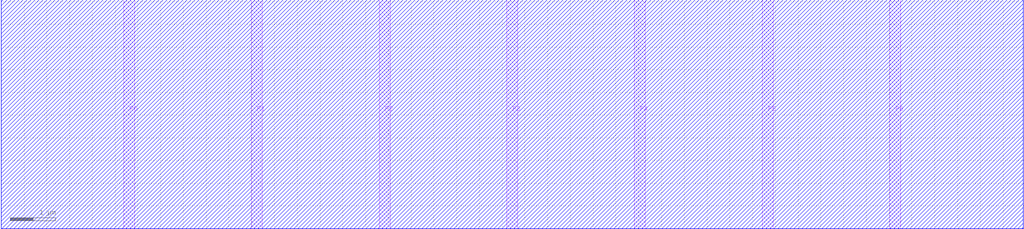
<source format=lef>
VERSION 5.1 ;

NAMESCASESENSITIVE ON ;

UNITS
    DATABASE MICRONS 100 ;
END UNITS

LAYER POLY1
    TYPE MASTERSLICE ;
END POLY1

LAYER METAL1
    TYPE ROUTING ;
    WIDTH 0.23 ;
    SPACING 0.23 ;
    SPACING 0.6 RANGE 10.0 100000.0 ;
    PITCH 0.56 ;
    DIRECTION HORIZONTAL ;
END METAL1

LAYER VIA12
    TYPE CUT ;
END VIA12

LAYER METAL2
    TYPE ROUTING ;
    WIDTH 0.28 ;
    SPACING 0.28 ;
    SPACING 0.6 RANGE 10.0 100000.0 ;
    PITCH 0.66 ;
    DIRECTION VERTICAL ;
END METAL2

LAYER VIA23
    TYPE CUT ;
END VIA23

LAYER METAL3
    TYPE ROUTING ;
    WIDTH 0.28 ;
    SPACING 0.28 ;
    SPACING 0.6 RANGE 10.0 100000.0 ;
    PITCH 1.12 ;
    DIRECTION HORIZONTAL ;
END METAL3

LAYER VIA34
    TYPE CUT ;
END VIA34

LAYER METAL4
    TYPE ROUTING ;
    WIDTH 0.44 ;
    SPACING 0.46 ;
    SPACING 0.6 RANGE 10.0 100000.0 ;
    PITCH 1.32 ;
    DIRECTION VERTICAL ;
END METAL4

LAYER OVERLAP
    TYPE OVERLAP ;
END OVERLAP

VIA via1 DEFAULT
    LAYER METAL1 ;
        RECT -0.19 -0.14 0.19 0.14 ;
    LAYER VIA12 ;
        RECT -0.13 -0.13 0.13 0.13 ;
    LAYER METAL2 ;
        RECT -0.19 -0.14 0.19 0.14 ;
END via1

VIA via2 DEFAULT
    LAYER METAL2 ;
        RECT -0.19 -0.14 0.19 0.14 ;
    LAYER VIA23 ;
        RECT -0.13 -0.13 0.13 0.13 ;
    LAYER METAL3 ;
        RECT -0.19 -0.14 0.19 0.14 ;
END via2

VIA via3 DEFAULT
    LAYER METAL3 ;
        RECT -0.24 -0.19 0.24 0.19 ;
    LAYER VIA34 ;
        RECT -0.18 -0.18 0.18 0.18 ;
    LAYER METAL4 ;
        RECT -0.27 -0.27 0.27 0.27 ;
END via3

SPACING
    SAMENET METAL1 METAL1 0.23 ;
    SAMENET METAL2 METAL2 0.28 ;
    SAMENET METAL3 METAL3 0.28 ;
    SAMENET METAL4 METAL4 0.46 ;
    SAMENET VIA12 VIA12 0.26 ;
    SAMENET VIA23 VIA23 0.26 ;
    SAMENET VIA34 VIA34 0.26 ;
END SPACING

SITE core
    SIZE 0.66 BY 5.04 ;
    CLASS CORE ;
    SYMMETRY y ;
END core

MACRO mod0
    CLASS CORE ;
    SIZE 10.56 BY 5.04 ;
    ORIGIN 0.00 0.00 ;
    SYMMETRY x y ;
    SITE core ;
    PIN P0
        DIRECTION INOUT ;
        USE SIGNAL ;
        PORT
        LAYER METAL1 ;
        RECT 3.4000 0.0000 3.6400 5.0400 ;
        END
    END P0
    PIN P1
        DIRECTION INOUT ;
        USE SIGNAL ;
        PORT
        LAYER METAL1 ;
        RECT 6.9200 0.0000 7.1600 5.0400 ;
        END
    END P1
END mod0

MACRO mod1
    CLASS CORE ;
    SIZE 9.24 BY 5.04 ;
    ORIGIN 0.00 0.00 ;
    SYMMETRY x y ;
    SITE core ;
    PIN P0
        DIRECTION INOUT ;
        USE SIGNAL ;
        PORT
        LAYER METAL1 ;
        RECT 2.9600 0.0000 3.2000 5.0400 ;
        END
    END P0
    PIN P1
        DIRECTION INOUT ;
        USE SIGNAL ;
        PORT
        LAYER METAL1 ;
        RECT 6.0400 0.0000 6.2800 5.0400 ;
        END
    END P1
END mod1

MACRO mod2
    CLASS CORE ;
    SIZE 7.92 BY 5.04 ;
    ORIGIN 0.00 0.00 ;
    SYMMETRY x y ;
    SITE core ;
    PIN P0
        DIRECTION INOUT ;
        USE SIGNAL ;
        PORT
        LAYER METAL1 ;
        RECT 0.8700 0.0000 1.1100 5.0400 ;
        END
    END P0
    PIN P1
        DIRECTION INOUT ;
        USE SIGNAL ;
        PORT
        LAYER METAL1 ;
        RECT 1.8600 0.0000 2.1000 5.0400 ;
        END
    END P1
    PIN P2
        DIRECTION INOUT ;
        USE SIGNAL ;
        PORT
        LAYER METAL1 ;
        RECT 2.8500 0.0000 3.0900 5.0400 ;
        END
    END P2
    PIN P3
        DIRECTION INOUT ;
        USE SIGNAL ;
        PORT
        LAYER METAL1 ;
        RECT 3.8400 0.0000 4.0800 5.0400 ;
        END
    END P3
    PIN P4
        DIRECTION INOUT ;
        USE SIGNAL ;
        PORT
        LAYER METAL1 ;
        RECT 4.8300 0.0000 5.0700 5.0400 ;
        END
    END P4
    PIN P5
        DIRECTION INOUT ;
        USE SIGNAL ;
        PORT
        LAYER METAL1 ;
        RECT 5.8200 0.0000 6.0600 5.0400 ;
        END
    END P5
    PIN P6
        DIRECTION INOUT ;
        USE SIGNAL ;
        PORT
        LAYER METAL1 ;
        RECT 6.8100 0.0000 7.0500 5.0400 ;
        END
    END P6
END mod2

MACRO mod3
    CLASS CORE ;
    SIZE 1.32 BY 5.04 ;
    ORIGIN 0.00 0.00 ;
    SYMMETRY x y ;
    SITE core ;
    PIN P0
        DIRECTION INOUT ;
        USE SIGNAL ;
        PORT
        LAYER METAL1 ;
        RECT 0.3200 0.0000 0.5600 5.0400 ;
        END
    END P0
    PIN P1
        DIRECTION INOUT ;
        USE SIGNAL ;
        PORT
        LAYER METAL1 ;
        RECT 0.7600 0.0000 1.0000 5.0400 ;
        END
    END P1
END mod3

MACRO mod4
    CLASS CORE ;
    SIZE 3.96 BY 5.04 ;
    ORIGIN 0.00 0.00 ;
    SYMMETRY x y ;
    SITE core ;
    PIN P0
        DIRECTION INOUT ;
        USE SIGNAL ;
        PORT
        LAYER METAL1 ;
        RECT 1.2000 0.0000 1.4400 5.0400 ;
        END
    END P0
    PIN P1
        DIRECTION INOUT ;
        USE SIGNAL ;
        PORT
        LAYER METAL1 ;
        RECT 2.5200 0.0000 2.7600 5.0400 ;
        END
    END P1
END mod4

MACRO mod5
    CLASS CORE ;
    SIZE 5.28 BY 5.04 ;
    ORIGIN 0.00 0.00 ;
    SYMMETRY x y ;
    SITE core ;
    PIN P0
        DIRECTION INOUT ;
        USE SIGNAL ;
        PORT
        LAYER METAL1 ;
        RECT 1.6400 0.0000 1.8800 5.0400 ;
        END
    END P0
    PIN P1
        DIRECTION INOUT ;
        USE SIGNAL ;
        PORT
        LAYER METAL1 ;
        RECT 3.4000 0.0000 3.6400 5.0400 ;
        END
    END P1
END mod5

MACRO mod6
    CLASS CORE ;
    SIZE 2.64 BY 5.04 ;
    ORIGIN 0.00 0.00 ;
    SYMMETRY x y ;
    SITE core ;
    PIN P0
        DIRECTION INOUT ;
        USE SIGNAL ;
        PORT
        LAYER METAL1 ;
        RECT 0.7600 0.0000 1.0000 5.0400 ;
        END
    END P0
    PIN P1
        DIRECTION INOUT ;
        USE SIGNAL ;
        PORT
        LAYER METAL1 ;
        RECT 1.6400 0.0000 1.8800 5.0400 ;
        END
    END P1
END mod6

MACRO mod7
    CLASS CORE ;
    SIZE 13.20 BY 5.04 ;
    ORIGIN 0.00 0.00 ;
    SYMMETRY x y ;
    SITE core ;
    PIN P0
        DIRECTION INOUT ;
        USE SIGNAL ;
        PORT
        LAYER METAL1 ;
        RECT 1.7700 0.0000 2.0100 5.0400 ;
        END
    END P0
    PIN P1
        DIRECTION INOUT ;
        USE SIGNAL ;
        PORT
        LAYER METAL1 ;
        RECT 3.6600 0.0000 3.9000 5.0400 ;
        END
    END P1
    PIN P2
        DIRECTION INOUT ;
        USE SIGNAL ;
        PORT
        LAYER METAL1 ;
        RECT 5.5400 0.0000 5.7800 5.0400 ;
        END
    END P2
    PIN P3
        DIRECTION INOUT ;
        USE SIGNAL ;
        PORT
        LAYER METAL1 ;
        RECT 7.4200 0.0000 7.6600 5.0400 ;
        END
    END P3
    PIN P4
        DIRECTION INOUT ;
        USE SIGNAL ;
        PORT
        LAYER METAL1 ;
        RECT 9.3000 0.0000 9.5400 5.0400 ;
        END
    END P4
    PIN P5
        DIRECTION INOUT ;
        USE SIGNAL ;
        PORT
        LAYER METAL1 ;
        RECT 11.1900 0.0000 11.4300 5.0400 ;
        END
    END P5
END mod7

MACRO mod8
    CLASS CORE ;
    SIZE 1.32 BY 5.04 ;
    ORIGIN 0.00 0.00 ;
    SYMMETRY x y ;
    SITE core ;
    PIN P0
        DIRECTION INOUT ;
        USE SIGNAL ;
        PORT
        LAYER METAL1 ;
        RECT 0.5400 0.0000 0.7800 5.0400 ;
        END
    END P0
END mod8

MACRO mod9
    CLASS CORE ;
    SIZE 2.64 BY 5.04 ;
    ORIGIN 0.00 0.00 ;
    SYMMETRY x y ;
    SITE core ;
    PIN P0
        DIRECTION INOUT ;
        USE SIGNAL ;
        PORT
        LAYER METAL1 ;
        RECT 0.5400 0.0000 0.7800 5.0400 ;
        END
    END P0
    PIN P1
        DIRECTION INOUT ;
        USE SIGNAL ;
        PORT
        LAYER METAL1 ;
        RECT 1.2000 0.0000 1.4400 5.0400 ;
        END
    END P1
    PIN P2
        DIRECTION INOUT ;
        USE SIGNAL ;
        PORT
        LAYER METAL1 ;
        RECT 1.8600 0.0000 2.1000 5.0400 ;
        END
    END P2
END mod9

MACRO mod10
    CLASS CORE ;
    SIZE 3.96 BY 5.04 ;
    ORIGIN 0.00 0.00 ;
    SYMMETRY x y ;
    SITE core ;
    PIN P0
        DIRECTION INOUT ;
        USE SIGNAL ;
        PORT
        LAYER METAL1 ;
        RECT 0.8700 0.0000 1.1100 5.0400 ;
        END
    END P0
    PIN P1
        DIRECTION INOUT ;
        USE SIGNAL ;
        PORT
        LAYER METAL1 ;
        RECT 1.8600 0.0000 2.1000 5.0400 ;
        END
    END P1
    PIN P2
        DIRECTION INOUT ;
        USE SIGNAL ;
        PORT
        LAYER METAL1 ;
        RECT 2.8500 0.0000 3.0900 5.0400 ;
        END
    END P2
END mod10

MACRO mod11
    CLASS CORE ;
    SIZE 7.92 BY 5.04 ;
    ORIGIN 0.00 0.00 ;
    SYMMETRY x y ;
    SITE core ;
    PIN P0
        DIRECTION INOUT ;
        USE SIGNAL ;
        PORT
        LAYER METAL1 ;
        RECT 2.5200 0.0000 2.7600 5.0400 ;
        END
    END P0
    PIN P1
        DIRECTION INOUT ;
        USE SIGNAL ;
        PORT
        LAYER METAL1 ;
        RECT 5.1600 0.0000 5.4000 5.0400 ;
        END
    END P1
END mod11

MACRO mod12
    CLASS CORE ;
    SIZE 3.96 BY 5.04 ;
    ORIGIN 0.00 0.00 ;
    SYMMETRY x y ;
    SITE core ;
    PIN P0
        DIRECTION INOUT ;
        USE SIGNAL ;
        PORT
        LAYER METAL1 ;
        RECT 0.6800 0.0000 0.9200 5.0400 ;
        END
    END P0
    PIN P1
        DIRECTION INOUT ;
        USE SIGNAL ;
        PORT
        LAYER METAL1 ;
        RECT 1.4700 0.0000 1.7100 5.0400 ;
        END
    END P1
    PIN P2
        DIRECTION INOUT ;
        USE SIGNAL ;
        PORT
        LAYER METAL1 ;
        RECT 2.2500 0.0000 2.4900 5.0400 ;
        END
    END P2
    PIN P3
        DIRECTION INOUT ;
        USE SIGNAL ;
        PORT
        LAYER METAL1 ;
        RECT 3.0400 0.0000 3.2800 5.0400 ;
        END
    END P3
END mod12

MACRO mod13
    CLASS CORE ;
    SIZE 5.28 BY 5.04 ;
    ORIGIN 0.00 0.00 ;
    SYMMETRY x y ;
    SITE core ;
    PIN P0
        DIRECTION INOUT ;
        USE SIGNAL ;
        PORT
        LAYER METAL1 ;
        RECT 1.2000 0.0000 1.4400 5.0400 ;
        END
    END P0
    PIN P1
        DIRECTION INOUT ;
        USE SIGNAL ;
        PORT
        LAYER METAL1 ;
        RECT 2.5200 0.0000 2.7600 5.0400 ;
        END
    END P1
    PIN P2
        DIRECTION INOUT ;
        USE SIGNAL ;
        PORT
        LAYER METAL1 ;
        RECT 3.8400 0.0000 4.0800 5.0400 ;
        END
    END P2
END mod13

MACRO mod14
    CLASS CORE ;
    SIZE 5.28 BY 5.04 ;
    ORIGIN 0.00 0.00 ;
    SYMMETRY x y ;
    SITE core ;
    PIN P0
        DIRECTION INOUT ;
        USE SIGNAL ;
        PORT
        LAYER METAL1 ;
        RECT 0.7600 0.0000 1.0000 5.0400 ;
        END
    END P0
    PIN P1
        DIRECTION INOUT ;
        USE SIGNAL ;
        PORT
        LAYER METAL1 ;
        RECT 1.6400 0.0000 1.8800 5.0400 ;
        END
    END P1
    PIN P2
        DIRECTION INOUT ;
        USE SIGNAL ;
        PORT
        LAYER METAL1 ;
        RECT 2.5200 0.0000 2.7600 5.0400 ;
        END
    END P2
    PIN P3
        DIRECTION INOUT ;
        USE SIGNAL ;
        PORT
        LAYER METAL1 ;
        RECT 3.4000 0.0000 3.6400 5.0400 ;
        END
    END P3
    PIN P4
        DIRECTION INOUT ;
        USE SIGNAL ;
        PORT
        LAYER METAL1 ;
        RECT 4.2800 0.0000 4.5200 5.0400 ;
        END
    END P4
END mod14

MACRO mod15
    CLASS CORE ;
    SIZE 11.88 BY 5.04 ;
    ORIGIN 0.00 0.00 ;
    SYMMETRY x y ;
    SITE core ;
    PIN P0
        DIRECTION INOUT ;
        USE SIGNAL ;
        PORT
        LAYER METAL1 ;
        RECT 1.5800 0.0000 1.8200 5.0400 ;
        END
    END P0
    PIN P1
        DIRECTION INOUT ;
        USE SIGNAL ;
        PORT
        LAYER METAL1 ;
        RECT 3.2800 0.0000 3.5200 5.0400 ;
        END
    END P1
    PIN P2
        DIRECTION INOUT ;
        USE SIGNAL ;
        PORT
        LAYER METAL1 ;
        RECT 4.9800 0.0000 5.2200 5.0400 ;
        END
    END P2
    PIN P3
        DIRECTION INOUT ;
        USE SIGNAL ;
        PORT
        LAYER METAL1 ;
        RECT 6.6600 0.0000 6.9000 5.0400 ;
        END
    END P3
    PIN P4
        DIRECTION INOUT ;
        USE SIGNAL ;
        PORT
        LAYER METAL1 ;
        RECT 8.3600 0.0000 8.6000 5.0400 ;
        END
    END P4
    PIN P5
        DIRECTION INOUT ;
        USE SIGNAL ;
        PORT
        LAYER METAL1 ;
        RECT 10.0600 0.0000 10.3000 5.0400 ;
        END
    END P5
END mod15

MACRO mod16
    CLASS CORE ;
    SIZE 9.24 BY 5.04 ;
    ORIGIN 0.00 0.00 ;
    SYMMETRY x y ;
    SITE core ;
    PIN P0
        DIRECTION INOUT ;
        USE SIGNAL ;
        PORT
        LAYER METAL1 ;
        RECT 1.4200 0.0000 1.6600 5.0400 ;
        END
    END P0
    PIN P1
        DIRECTION INOUT ;
        USE SIGNAL ;
        PORT
        LAYER METAL1 ;
        RECT 2.9600 0.0000 3.2000 5.0400 ;
        END
    END P1
    PIN P2
        DIRECTION INOUT ;
        USE SIGNAL ;
        PORT
        LAYER METAL1 ;
        RECT 4.5000 0.0000 4.7400 5.0400 ;
        END
    END P2
    PIN P3
        DIRECTION INOUT ;
        USE SIGNAL ;
        PORT
        LAYER METAL1 ;
        RECT 6.0400 0.0000 6.2800 5.0400 ;
        END
    END P3
    PIN P4
        DIRECTION INOUT ;
        USE SIGNAL ;
        PORT
        LAYER METAL1 ;
        RECT 7.5800 0.0000 7.8200 5.0400 ;
        END
    END P4
END mod16

MACRO mod17
    CLASS CORE ;
    SIZE 9.24 BY 5.04 ;
    ORIGIN 0.00 0.00 ;
    SYMMETRY x y ;
    SITE core ;
    PIN P0
        DIRECTION INOUT ;
        USE SIGNAL ;
        PORT
        LAYER METAL1 ;
        RECT 1.2000 0.0000 1.4400 5.0400 ;
        END
    END P0
    PIN P1
        DIRECTION INOUT ;
        USE SIGNAL ;
        PORT
        LAYER METAL1 ;
        RECT 2.5200 0.0000 2.7600 5.0400 ;
        END
    END P1
    PIN P2
        DIRECTION INOUT ;
        USE SIGNAL ;
        PORT
        LAYER METAL1 ;
        RECT 3.8400 0.0000 4.0800 5.0400 ;
        END
    END P2
    PIN P3
        DIRECTION INOUT ;
        USE SIGNAL ;
        PORT
        LAYER METAL1 ;
        RECT 5.1600 0.0000 5.4000 5.0400 ;
        END
    END P3
    PIN P4
        DIRECTION INOUT ;
        USE SIGNAL ;
        PORT
        LAYER METAL1 ;
        RECT 6.4800 0.0000 6.7200 5.0400 ;
        END
    END P4
    PIN P5
        DIRECTION INOUT ;
        USE SIGNAL ;
        PORT
        LAYER METAL1 ;
        RECT 7.8000 0.0000 8.0400 5.0400 ;
        END
    END P5
END mod17

MACRO mod18
    CLASS CORE ;
    SIZE 3.96 BY 5.04 ;
    ORIGIN 0.00 0.00 ;
    SYMMETRY x y ;
    SITE core ;
    PIN P0
        DIRECTION INOUT ;
        USE SIGNAL ;
        PORT
        LAYER METAL1 ;
        RECT 1.8600 0.0000 2.1000 5.0400 ;
        END
    END P0
END mod18

MACRO mod19
    CLASS CORE ;
    SIZE 9.24 BY 5.04 ;
    ORIGIN 0.00 0.00 ;
    SYMMETRY x y ;
    SITE core ;
    PIN P0
        DIRECTION INOUT ;
        USE SIGNAL ;
        PORT
        LAYER METAL1 ;
        RECT 1.0400 0.0000 1.2800 5.0400 ;
        END
    END P0
    PIN P1
        DIRECTION INOUT ;
        USE SIGNAL ;
        PORT
        LAYER METAL1 ;
        RECT 2.1900 0.0000 2.4300 5.0400 ;
        END
    END P1
    PIN P2
        DIRECTION INOUT ;
        USE SIGNAL ;
        PORT
        LAYER METAL1 ;
        RECT 3.3500 0.0000 3.5900 5.0400 ;
        END
    END P2
    PIN P3
        DIRECTION INOUT ;
        USE SIGNAL ;
        PORT
        LAYER METAL1 ;
        RECT 4.5000 0.0000 4.7400 5.0400 ;
        END
    END P3
    PIN P4
        DIRECTION INOUT ;
        USE SIGNAL ;
        PORT
        LAYER METAL1 ;
        RECT 5.6500 0.0000 5.8900 5.0400 ;
        END
    END P4
    PIN P5
        DIRECTION INOUT ;
        USE SIGNAL ;
        PORT
        LAYER METAL1 ;
        RECT 6.8100 0.0000 7.0500 5.0400 ;
        END
    END P5
    PIN P6
        DIRECTION INOUT ;
        USE SIGNAL ;
        PORT
        LAYER METAL1 ;
        RECT 7.9600 0.0000 8.2000 5.0400 ;
        END
    END P6
END mod19

MACRO mod20
    CLASS CORE ;
    SIZE 6.60 BY 5.04 ;
    ORIGIN 0.00 0.00 ;
    SYMMETRY x y ;
    SITE core ;
    PIN P0
        DIRECTION INOUT ;
        USE SIGNAL ;
        PORT
        LAYER METAL1 ;
        RECT 2.0800 0.0000 2.3200 5.0400 ;
        END
    END P0
    PIN P1
        DIRECTION INOUT ;
        USE SIGNAL ;
        PORT
        LAYER METAL1 ;
        RECT 4.2800 0.0000 4.5200 5.0400 ;
        END
    END P1
END mod20

MACRO mod21
    CLASS CORE ;
    SIZE 10.56 BY 5.04 ;
    ORIGIN 0.00 0.00 ;
    SYMMETRY x y ;
    SITE core ;
    PIN P0
        DIRECTION INOUT ;
        USE SIGNAL ;
        PORT
        LAYER METAL1 ;
        RECT 1.2000 0.0000 1.4400 5.0400 ;
        END
    END P0
    PIN P1
        DIRECTION INOUT ;
        USE SIGNAL ;
        PORT
        LAYER METAL1 ;
        RECT 2.5200 0.0000 2.7600 5.0400 ;
        END
    END P1
    PIN P2
        DIRECTION INOUT ;
        USE SIGNAL ;
        PORT
        LAYER METAL1 ;
        RECT 3.8400 0.0000 4.0800 5.0400 ;
        END
    END P2
    PIN P3
        DIRECTION INOUT ;
        USE SIGNAL ;
        PORT
        LAYER METAL1 ;
        RECT 5.1600 0.0000 5.4000 5.0400 ;
        END
    END P3
    PIN P4
        DIRECTION INOUT ;
        USE SIGNAL ;
        PORT
        LAYER METAL1 ;
        RECT 6.4800 0.0000 6.7200 5.0400 ;
        END
    END P4
    PIN P5
        DIRECTION INOUT ;
        USE SIGNAL ;
        PORT
        LAYER METAL1 ;
        RECT 7.8000 0.0000 8.0400 5.0400 ;
        END
    END P5
    PIN P6
        DIRECTION INOUT ;
        USE SIGNAL ;
        PORT
        LAYER METAL1 ;
        RECT 9.1200 0.0000 9.3600 5.0400 ;
        END
    END P6
END mod21

MACRO mod22
    CLASS CORE ;
    SIZE 9.24 BY 5.04 ;
    ORIGIN 0.00 0.00 ;
    SYMMETRY x y ;
    SITE core ;
    PIN P0
        DIRECTION INOUT ;
        USE SIGNAL ;
        PORT
        LAYER METAL1 ;
        RECT 0.8100 0.0000 1.0500 5.0400 ;
        END
    END P0
    PIN P1
        DIRECTION INOUT ;
        USE SIGNAL ;
        PORT
        LAYER METAL1 ;
        RECT 1.7300 0.0000 1.9700 5.0400 ;
        END
    END P1
    PIN P2
        DIRECTION INOUT ;
        USE SIGNAL ;
        PORT
        LAYER METAL1 ;
        RECT 2.6600 0.0000 2.9000 5.0400 ;
        END
    END P2
    PIN P3
        DIRECTION INOUT ;
        USE SIGNAL ;
        PORT
        LAYER METAL1 ;
        RECT 3.5800 0.0000 3.8200 5.0400 ;
        END
    END P3
    PIN P4
        DIRECTION INOUT ;
        USE SIGNAL ;
        PORT
        LAYER METAL1 ;
        RECT 4.5000 0.0000 4.7400 5.0400 ;
        END
    END P4
    PIN P5
        DIRECTION INOUT ;
        USE SIGNAL ;
        PORT
        LAYER METAL1 ;
        RECT 5.4200 0.0000 5.6600 5.0400 ;
        END
    END P5
    PIN P6
        DIRECTION INOUT ;
        USE SIGNAL ;
        PORT
        LAYER METAL1 ;
        RECT 6.3400 0.0000 6.5800 5.0400 ;
        END
    END P6
    PIN P7
        DIRECTION INOUT ;
        USE SIGNAL ;
        PORT
        LAYER METAL1 ;
        RECT 7.2700 0.0000 7.5100 5.0400 ;
        END
    END P7
    PIN P8
        DIRECTION INOUT ;
        USE SIGNAL ;
        PORT
        LAYER METAL1 ;
        RECT 8.1900 0.0000 8.4300 5.0400 ;
        END
    END P8
END mod22

MACRO mod23
    CLASS CORE ;
    SIZE 15.84 BY 5.04 ;
    ORIGIN 0.00 0.00 ;
    SYMMETRY x y ;
    SITE core ;
    PIN P0
        DIRECTION INOUT ;
        USE SIGNAL ;
        PORT
        LAYER METAL1 ;
        RECT 3.8400 0.0000 4.0800 5.0400 ;
        END
    END P0
    PIN P1
        DIRECTION INOUT ;
        USE SIGNAL ;
        PORT
        LAYER METAL1 ;
        RECT 7.8000 0.0000 8.0400 5.0400 ;
        END
    END P1
    PIN P2
        DIRECTION INOUT ;
        USE SIGNAL ;
        PORT
        LAYER METAL1 ;
        RECT 11.7600 0.0000 12.0000 5.0400 ;
        END
    END P2
END mod23

MACRO mod24
    CLASS CORE ;
    SIZE 17.16 BY 5.04 ;
    ORIGIN 0.00 0.00 ;
    SYMMETRY x y ;
    SITE core ;
    PIN P0
        DIRECTION INOUT ;
        USE SIGNAL ;
        PORT
        LAYER METAL1 ;
        RECT 2.0300 0.0000 2.2700 5.0400 ;
        END
    END P0
    PIN P1
        DIRECTION INOUT ;
        USE SIGNAL ;
        PORT
        LAYER METAL1 ;
        RECT 4.1700 0.0000 4.4100 5.0400 ;
        END
    END P1
    PIN P2
        DIRECTION INOUT ;
        USE SIGNAL ;
        PORT
        LAYER METAL1 ;
        RECT 6.3200 0.0000 6.5600 5.0400 ;
        END
    END P2
    PIN P3
        DIRECTION INOUT ;
        USE SIGNAL ;
        PORT
        LAYER METAL1 ;
        RECT 8.4600 0.0000 8.7000 5.0400 ;
        END
    END P3
    PIN P4
        DIRECTION INOUT ;
        USE SIGNAL ;
        PORT
        LAYER METAL1 ;
        RECT 10.6000 0.0000 10.8400 5.0400 ;
        END
    END P4
    PIN P5
        DIRECTION INOUT ;
        USE SIGNAL ;
        PORT
        LAYER METAL1 ;
        RECT 12.7500 0.0000 12.9900 5.0400 ;
        END
    END P5
    PIN P6
        DIRECTION INOUT ;
        USE SIGNAL ;
        PORT
        LAYER METAL1 ;
        RECT 14.8900 0.0000 15.1300 5.0400 ;
        END
    END P6
END mod24

MACRO mod25
    CLASS CORE ;
    SIZE 15.84 BY 5.04 ;
    ORIGIN 0.00 0.00 ;
    SYMMETRY x y ;
    SITE core ;
    PIN P0
        DIRECTION INOUT ;
        USE SIGNAL ;
        PORT
        LAYER METAL1 ;
        RECT 1.8600 0.0000 2.1000 5.0400 ;
        END
    END P0
    PIN P1
        DIRECTION INOUT ;
        USE SIGNAL ;
        PORT
        LAYER METAL1 ;
        RECT 3.8400 0.0000 4.0800 5.0400 ;
        END
    END P1
    PIN P2
        DIRECTION INOUT ;
        USE SIGNAL ;
        PORT
        LAYER METAL1 ;
        RECT 5.8200 0.0000 6.0600 5.0400 ;
        END
    END P2
    PIN P3
        DIRECTION INOUT ;
        USE SIGNAL ;
        PORT
        LAYER METAL1 ;
        RECT 7.8000 0.0000 8.0400 5.0400 ;
        END
    END P3
    PIN P4
        DIRECTION INOUT ;
        USE SIGNAL ;
        PORT
        LAYER METAL1 ;
        RECT 9.7800 0.0000 10.0200 5.0400 ;
        END
    END P4
    PIN P5
        DIRECTION INOUT ;
        USE SIGNAL ;
        PORT
        LAYER METAL1 ;
        RECT 11.7600 0.0000 12.0000 5.0400 ;
        END
    END P5
    PIN P6
        DIRECTION INOUT ;
        USE SIGNAL ;
        PORT
        LAYER METAL1 ;
        RECT 13.7400 0.0000 13.9800 5.0400 ;
        END
    END P6
END mod25

MACRO mod26
    CLASS CORE ;
    SIZE 5.28 BY 5.04 ;
    ORIGIN 0.00 0.00 ;
    SYMMETRY x y ;
    SITE core ;
    PIN P0
        DIRECTION INOUT ;
        USE SIGNAL ;
        PORT
        LAYER METAL1 ;
        RECT 0.9400 0.0000 1.1800 5.0400 ;
        END
    END P0
    PIN P1
        DIRECTION INOUT ;
        USE SIGNAL ;
        PORT
        LAYER METAL1 ;
        RECT 2.0000 0.0000 2.2400 5.0400 ;
        END
    END P1
    PIN P2
        DIRECTION INOUT ;
        USE SIGNAL ;
        PORT
        LAYER METAL1 ;
        RECT 3.0400 0.0000 3.2800 5.0400 ;
        END
    END P2
    PIN P3
        DIRECTION INOUT ;
        USE SIGNAL ;
        PORT
        LAYER METAL1 ;
        RECT 4.1000 0.0000 4.3400 5.0400 ;
        END
    END P3
END mod26

MACRO mod27
    CLASS CORE ;
    SIZE 9.24 BY 5.04 ;
    ORIGIN 0.00 0.00 ;
    SYMMETRY x y ;
    SITE core ;
    PIN P0
        DIRECTION INOUT ;
        USE SIGNAL ;
        PORT
        LAYER METAL1 ;
        RECT 1.7300 0.0000 1.9700 5.0400 ;
        END
    END P0
    PIN P1
        DIRECTION INOUT ;
        USE SIGNAL ;
        PORT
        LAYER METAL1 ;
        RECT 3.5800 0.0000 3.8200 5.0400 ;
        END
    END P1
    PIN P2
        DIRECTION INOUT ;
        USE SIGNAL ;
        PORT
        LAYER METAL1 ;
        RECT 5.4200 0.0000 5.6600 5.0400 ;
        END
    END P2
    PIN P3
        DIRECTION INOUT ;
        USE SIGNAL ;
        PORT
        LAYER METAL1 ;
        RECT 7.2700 0.0000 7.5100 5.0400 ;
        END
    END P3
END mod27

MACRO mod28
    CLASS CORE ;
    SIZE 7.92 BY 5.04 ;
    ORIGIN 0.00 0.00 ;
    SYMMETRY x y ;
    SITE core ;
    PIN P0
        DIRECTION INOUT ;
        USE SIGNAL ;
        PORT
        LAYER METAL1 ;
        RECT 1.4700 0.0000 1.7100 5.0400 ;
        END
    END P0
    PIN P1
        DIRECTION INOUT ;
        USE SIGNAL ;
        PORT
        LAYER METAL1 ;
        RECT 3.0500 0.0000 3.2900 5.0400 ;
        END
    END P1
    PIN P2
        DIRECTION INOUT ;
        USE SIGNAL ;
        PORT
        LAYER METAL1 ;
        RECT 4.6300 0.0000 4.8700 5.0400 ;
        END
    END P2
    PIN P3
        DIRECTION INOUT ;
        USE SIGNAL ;
        PORT
        LAYER METAL1 ;
        RECT 6.2100 0.0000 6.4500 5.0400 ;
        END
    END P3
END mod28

MACRO mod29
    CLASS CORE ;
    SIZE 7.92 BY 5.04 ;
    ORIGIN 0.00 0.00 ;
    SYMMETRY x y ;
    SITE core ;
    PIN P0
        DIRECTION INOUT ;
        USE SIGNAL ;
        PORT
        LAYER METAL1 ;
        RECT 1.2000 0.0000 1.4400 5.0400 ;
        END
    END P0
    PIN P1
        DIRECTION INOUT ;
        USE SIGNAL ;
        PORT
        LAYER METAL1 ;
        RECT 2.5200 0.0000 2.7600 5.0400 ;
        END
    END P1
    PIN P2
        DIRECTION INOUT ;
        USE SIGNAL ;
        PORT
        LAYER METAL1 ;
        RECT 3.8400 0.0000 4.0800 5.0400 ;
        END
    END P2
    PIN P3
        DIRECTION INOUT ;
        USE SIGNAL ;
        PORT
        LAYER METAL1 ;
        RECT 5.1600 0.0000 5.4000 5.0400 ;
        END
    END P3
    PIN P4
        DIRECTION INOUT ;
        USE SIGNAL ;
        PORT
        LAYER METAL1 ;
        RECT 6.4800 0.0000 6.7200 5.0400 ;
        END
    END P4
END mod29

MACRO mod30
    CLASS CORE ;
    SIZE 6.60 BY 5.04 ;
    ORIGIN 0.00 0.00 ;
    SYMMETRY x y ;
    SITE core ;
    PIN P0
        DIRECTION INOUT ;
        USE SIGNAL ;
        PORT
        LAYER METAL1 ;
        RECT 0.9800 0.0000 1.2200 5.0400 ;
        END
    END P0
    PIN P1
        DIRECTION INOUT ;
        USE SIGNAL ;
        PORT
        LAYER METAL1 ;
        RECT 2.0800 0.0000 2.3200 5.0400 ;
        END
    END P1
    PIN P2
        DIRECTION INOUT ;
        USE SIGNAL ;
        PORT
        LAYER METAL1 ;
        RECT 3.1800 0.0000 3.4200 5.0400 ;
        END
    END P2
    PIN P3
        DIRECTION INOUT ;
        USE SIGNAL ;
        PORT
        LAYER METAL1 ;
        RECT 4.2800 0.0000 4.5200 5.0400 ;
        END
    END P3
    PIN P4
        DIRECTION INOUT ;
        USE SIGNAL ;
        PORT
        LAYER METAL1 ;
        RECT 5.3800 0.0000 5.6200 5.0400 ;
        END
    END P4
END mod30

MACRO mod31
    CLASS CORE ;
    SIZE 19.80 BY 5.04 ;
    ORIGIN 0.00 0.00 ;
    SYMMETRY x y ;
    SITE core ;
    PIN P0
        DIRECTION INOUT ;
        USE SIGNAL ;
        PORT
        LAYER METAL1 ;
        RECT 1.8600 0.0000 2.1000 5.0400 ;
        END
    END P0
    PIN P1
        DIRECTION INOUT ;
        USE SIGNAL ;
        PORT
        LAYER METAL1 ;
        RECT 3.8400 0.0000 4.0800 5.0400 ;
        END
    END P1
    PIN P2
        DIRECTION INOUT ;
        USE SIGNAL ;
        PORT
        LAYER METAL1 ;
        RECT 5.8200 0.0000 6.0600 5.0400 ;
        END
    END P2
    PIN P3
        DIRECTION INOUT ;
        USE SIGNAL ;
        PORT
        LAYER METAL1 ;
        RECT 7.8000 0.0000 8.0400 5.0400 ;
        END
    END P3
    PIN P4
        DIRECTION INOUT ;
        USE SIGNAL ;
        PORT
        LAYER METAL1 ;
        RECT 9.7800 0.0000 10.0200 5.0400 ;
        END
    END P4
    PIN P5
        DIRECTION INOUT ;
        USE SIGNAL ;
        PORT
        LAYER METAL1 ;
        RECT 11.7600 0.0000 12.0000 5.0400 ;
        END
    END P5
    PIN P6
        DIRECTION INOUT ;
        USE SIGNAL ;
        PORT
        LAYER METAL1 ;
        RECT 13.7400 0.0000 13.9800 5.0400 ;
        END
    END P6
    PIN P7
        DIRECTION INOUT ;
        USE SIGNAL ;
        PORT
        LAYER METAL1 ;
        RECT 15.7200 0.0000 15.9600 5.0400 ;
        END
    END P7
    PIN P8
        DIRECTION INOUT ;
        USE SIGNAL ;
        PORT
        LAYER METAL1 ;
        RECT 17.7000 0.0000 17.9400 5.0400 ;
        END
    END P8
END mod31

MACRO mod32
    CLASS CORE ;
    SIZE 11.88 BY 5.04 ;
    ORIGIN 0.00 0.00 ;
    SYMMETRY x y ;
    SITE core ;
    PIN P0
        DIRECTION INOUT ;
        USE SIGNAL ;
        PORT
        LAYER METAL1 ;
        RECT 5.8200 0.0000 6.0600 5.0400 ;
        END
    END P0
END mod32

MACRO mod33
    CLASS CORE ;
    SIZE 5.28 BY 5.04 ;
    ORIGIN 0.00 0.00 ;
    SYMMETRY x y ;
    SITE core ;
    PIN P0
        DIRECTION INOUT ;
        USE SIGNAL ;
        PORT
        LAYER METAL1 ;
        RECT 2.5200 0.0000 2.7600 5.0400 ;
        END
    END P0
END mod33

MACRO mod34
    CLASS CORE ;
    SIZE 6.60 BY 5.04 ;
    ORIGIN 0.00 0.00 ;
    SYMMETRY x y ;
    SITE core ;
    PIN P0
        DIRECTION INOUT ;
        USE SIGNAL ;
        PORT
        LAYER METAL1 ;
        RECT 1.5300 0.0000 1.7700 5.0400 ;
        END
    END P0
    PIN P1
        DIRECTION INOUT ;
        USE SIGNAL ;
        PORT
        LAYER METAL1 ;
        RECT 3.1800 0.0000 3.4200 5.0400 ;
        END
    END P1
    PIN P2
        DIRECTION INOUT ;
        USE SIGNAL ;
        PORT
        LAYER METAL1 ;
        RECT 4.8300 0.0000 5.0700 5.0400 ;
        END
    END P2
END mod34

MACRO mod35
    CLASS CORE ;
    SIZE 17.16 BY 5.04 ;
    ORIGIN 0.00 0.00 ;
    SYMMETRY x y ;
    SITE core ;
    PIN P0
        DIRECTION INOUT ;
        USE SIGNAL ;
        PORT
        LAYER METAL1 ;
        RECT 1.7900 0.0000 2.0300 5.0400 ;
        END
    END P0
    PIN P1
        DIRECTION INOUT ;
        USE SIGNAL ;
        PORT
        LAYER METAL1 ;
        RECT 3.7000 0.0000 3.9400 5.0400 ;
        END
    END P1
    PIN P2
        DIRECTION INOUT ;
        USE SIGNAL ;
        PORT
        LAYER METAL1 ;
        RECT 5.6100 0.0000 5.8500 5.0400 ;
        END
    END P2
    PIN P3
        DIRECTION INOUT ;
        USE SIGNAL ;
        PORT
        LAYER METAL1 ;
        RECT 7.5100 0.0000 7.7500 5.0400 ;
        END
    END P3
    PIN P4
        DIRECTION INOUT ;
        USE SIGNAL ;
        PORT
        LAYER METAL1 ;
        RECT 9.4100 0.0000 9.6500 5.0400 ;
        END
    END P4
    PIN P5
        DIRECTION INOUT ;
        USE SIGNAL ;
        PORT
        LAYER METAL1 ;
        RECT 11.3200 0.0000 11.5600 5.0400 ;
        END
    END P5
    PIN P6
        DIRECTION INOUT ;
        USE SIGNAL ;
        PORT
        LAYER METAL1 ;
        RECT 13.2200 0.0000 13.4600 5.0400 ;
        END
    END P6
    PIN P7
        DIRECTION INOUT ;
        USE SIGNAL ;
        PORT
        LAYER METAL1 ;
        RECT 15.1300 0.0000 15.3700 5.0400 ;
        END
    END P7
END mod35

MACRO mod36
    CLASS CORE ;
    SIZE 18.48 BY 5.04 ;
    ORIGIN 0.00 0.00 ;
    SYMMETRY x y ;
    SITE core ;
    PIN P0
        DIRECTION INOUT ;
        USE SIGNAL ;
        PORT
        LAYER METAL1 ;
        RECT 2.1900 0.0000 2.4300 5.0400 ;
        END
    END P0
    PIN P1
        DIRECTION INOUT ;
        USE SIGNAL ;
        PORT
        LAYER METAL1 ;
        RECT 4.5000 0.0000 4.7400 5.0400 ;
        END
    END P1
    PIN P2
        DIRECTION INOUT ;
        USE SIGNAL ;
        PORT
        LAYER METAL1 ;
        RECT 6.8100 0.0000 7.0500 5.0400 ;
        END
    END P2
    PIN P3
        DIRECTION INOUT ;
        USE SIGNAL ;
        PORT
        LAYER METAL1 ;
        RECT 9.1200 0.0000 9.3600 5.0400 ;
        END
    END P3
    PIN P4
        DIRECTION INOUT ;
        USE SIGNAL ;
        PORT
        LAYER METAL1 ;
        RECT 11.4300 0.0000 11.6700 5.0400 ;
        END
    END P4
    PIN P5
        DIRECTION INOUT ;
        USE SIGNAL ;
        PORT
        LAYER METAL1 ;
        RECT 13.7400 0.0000 13.9800 5.0400 ;
        END
    END P5
    PIN P6
        DIRECTION INOUT ;
        USE SIGNAL ;
        PORT
        LAYER METAL1 ;
        RECT 16.0500 0.0000 16.2900 5.0400 ;
        END
    END P6
END mod36

MACRO mod37
    CLASS CORE ;
    SIZE 13.20 BY 5.04 ;
    ORIGIN 0.00 0.00 ;
    SYMMETRY x y ;
    SITE core ;
    PIN P0
        DIRECTION INOUT ;
        USE SIGNAL ;
        PORT
        LAYER METAL1 ;
        RECT 2.5200 0.0000 2.7600 5.0400 ;
        END
    END P0
    PIN P1
        DIRECTION INOUT ;
        USE SIGNAL ;
        PORT
        LAYER METAL1 ;
        RECT 5.1600 0.0000 5.4000 5.0400 ;
        END
    END P1
    PIN P2
        DIRECTION INOUT ;
        USE SIGNAL ;
        PORT
        LAYER METAL1 ;
        RECT 7.8000 0.0000 8.0400 5.0400 ;
        END
    END P2
    PIN P3
        DIRECTION INOUT ;
        USE SIGNAL ;
        PORT
        LAYER METAL1 ;
        RECT 10.4400 0.0000 10.6800 5.0400 ;
        END
    END P3
END mod37

MACRO mod38
    CLASS CORE ;
    SIZE 2.64 BY 5.04 ;
    ORIGIN 0.00 0.00 ;
    SYMMETRY x y ;
    SITE core ;
    PIN P0
        DIRECTION INOUT ;
        USE SIGNAL ;
        PORT
        LAYER METAL1 ;
        RECT 1.2000 0.0000 1.4400 5.0400 ;
        END
    END P0
END mod38

MACRO mod39
    CLASS CORE ;
    SIZE 7.92 BY 5.04 ;
    ORIGIN 0.00 0.00 ;
    SYMMETRY x y ;
    SITE core ;
    PIN P0
        DIRECTION INOUT ;
        USE SIGNAL ;
        PORT
        LAYER METAL1 ;
        RECT 1.8600 0.0000 2.1000 5.0400 ;
        END
    END P0
    PIN P1
        DIRECTION INOUT ;
        USE SIGNAL ;
        PORT
        LAYER METAL1 ;
        RECT 3.8400 0.0000 4.0800 5.0400 ;
        END
    END P1
    PIN P2
        DIRECTION INOUT ;
        USE SIGNAL ;
        PORT
        LAYER METAL1 ;
        RECT 5.8200 0.0000 6.0600 5.0400 ;
        END
    END P2
END mod39

MACRO mod40
    CLASS CORE ;
    SIZE 18.48 BY 5.04 ;
    ORIGIN 0.00 0.00 ;
    SYMMETRY x y ;
    SITE core ;
    PIN P0
        DIRECTION INOUT ;
        USE SIGNAL ;
        PORT
        LAYER METAL1 ;
        RECT 1.7300 0.0000 1.9700 5.0400 ;
        END
    END P0
    PIN P1
        DIRECTION INOUT ;
        USE SIGNAL ;
        PORT
        LAYER METAL1 ;
        RECT 3.5800 0.0000 3.8200 5.0400 ;
        END
    END P1
    PIN P2
        DIRECTION INOUT ;
        USE SIGNAL ;
        PORT
        LAYER METAL1 ;
        RECT 5.4300 0.0000 5.6700 5.0400 ;
        END
    END P2
    PIN P3
        DIRECTION INOUT ;
        USE SIGNAL ;
        PORT
        LAYER METAL1 ;
        RECT 7.2800 0.0000 7.5200 5.0400 ;
        END
    END P3
    PIN P4
        DIRECTION INOUT ;
        USE SIGNAL ;
        PORT
        LAYER METAL1 ;
        RECT 9.1200 0.0000 9.3600 5.0400 ;
        END
    END P4
    PIN P5
        DIRECTION INOUT ;
        USE SIGNAL ;
        PORT
        LAYER METAL1 ;
        RECT 10.9600 0.0000 11.2000 5.0400 ;
        END
    END P5
    PIN P6
        DIRECTION INOUT ;
        USE SIGNAL ;
        PORT
        LAYER METAL1 ;
        RECT 12.8100 0.0000 13.0500 5.0400 ;
        END
    END P6
    PIN P7
        DIRECTION INOUT ;
        USE SIGNAL ;
        PORT
        LAYER METAL1 ;
        RECT 14.6600 0.0000 14.9000 5.0400 ;
        END
    END P7
    PIN P8
        DIRECTION INOUT ;
        USE SIGNAL ;
        PORT
        LAYER METAL1 ;
        RECT 16.5100 0.0000 16.7500 5.0400 ;
        END
    END P8
END mod40

MACRO mod41
    CLASS CORE ;
    SIZE 7.92 BY 5.04 ;
    ORIGIN 0.00 0.00 ;
    SYMMETRY x y ;
    SITE core ;
    PIN P0
        DIRECTION INOUT ;
        USE SIGNAL ;
        PORT
        LAYER METAL1 ;
        RECT 1.0200 0.0000 1.2600 5.0400 ;
        END
    END P0
    PIN P1
        DIRECTION INOUT ;
        USE SIGNAL ;
        PORT
        LAYER METAL1 ;
        RECT 2.1500 0.0000 2.3900 5.0400 ;
        END
    END P1
    PIN P2
        DIRECTION INOUT ;
        USE SIGNAL ;
        PORT
        LAYER METAL1 ;
        RECT 3.2800 0.0000 3.5200 5.0400 ;
        END
    END P2
    PIN P3
        DIRECTION INOUT ;
        USE SIGNAL ;
        PORT
        LAYER METAL1 ;
        RECT 4.4000 0.0000 4.6400 5.0400 ;
        END
    END P3
    PIN P4
        DIRECTION INOUT ;
        USE SIGNAL ;
        PORT
        LAYER METAL1 ;
        RECT 5.5300 0.0000 5.7700 5.0400 ;
        END
    END P4
    PIN P5
        DIRECTION INOUT ;
        USE SIGNAL ;
        PORT
        LAYER METAL1 ;
        RECT 6.6600 0.0000 6.9000 5.0400 ;
        END
    END P5
END mod41

MACRO mod42
    CLASS CORE ;
    SIZE 18.48 BY 5.04 ;
    ORIGIN 0.00 0.00 ;
    SYMMETRY x y ;
    SITE core ;
    PIN P0
        DIRECTION INOUT ;
        USE SIGNAL ;
        PORT
        LAYER METAL1 ;
        RECT 2.5200 0.0000 2.7600 5.0400 ;
        END
    END P0
    PIN P1
        DIRECTION INOUT ;
        USE SIGNAL ;
        PORT
        LAYER METAL1 ;
        RECT 5.1600 0.0000 5.4000 5.0400 ;
        END
    END P1
    PIN P2
        DIRECTION INOUT ;
        USE SIGNAL ;
        PORT
        LAYER METAL1 ;
        RECT 7.8000 0.0000 8.0400 5.0400 ;
        END
    END P2
    PIN P3
        DIRECTION INOUT ;
        USE SIGNAL ;
        PORT
        LAYER METAL1 ;
        RECT 10.4400 0.0000 10.6800 5.0400 ;
        END
    END P3
    PIN P4
        DIRECTION INOUT ;
        USE SIGNAL ;
        PORT
        LAYER METAL1 ;
        RECT 13.0800 0.0000 13.3200 5.0400 ;
        END
    END P4
    PIN P5
        DIRECTION INOUT ;
        USE SIGNAL ;
        PORT
        LAYER METAL1 ;
        RECT 15.7200 0.0000 15.9600 5.0400 ;
        END
    END P5
END mod42

MACRO mod43
    CLASS CORE ;
    SIZE 9.24 BY 5.04 ;
    ORIGIN 0.00 0.00 ;
    SYMMETRY x y ;
    SITE core ;
    PIN P0
        DIRECTION INOUT ;
        USE SIGNAL ;
        PORT
        LAYER METAL1 ;
        RECT 0.9100 0.0000 1.1500 5.0400 ;
        END
    END P0
    PIN P1
        DIRECTION INOUT ;
        USE SIGNAL ;
        PORT
        LAYER METAL1 ;
        RECT 1.9400 0.0000 2.1800 5.0400 ;
        END
    END P1
    PIN P2
        DIRECTION INOUT ;
        USE SIGNAL ;
        PORT
        LAYER METAL1 ;
        RECT 2.9600 0.0000 3.2000 5.0400 ;
        END
    END P2
    PIN P3
        DIRECTION INOUT ;
        USE SIGNAL ;
        PORT
        LAYER METAL1 ;
        RECT 3.9900 0.0000 4.2300 5.0400 ;
        END
    END P3
    PIN P4
        DIRECTION INOUT ;
        USE SIGNAL ;
        PORT
        LAYER METAL1 ;
        RECT 5.0100 0.0000 5.2500 5.0400 ;
        END
    END P4
    PIN P5
        DIRECTION INOUT ;
        USE SIGNAL ;
        PORT
        LAYER METAL1 ;
        RECT 6.0300 0.0000 6.2700 5.0400 ;
        END
    END P5
    PIN P6
        DIRECTION INOUT ;
        USE SIGNAL ;
        PORT
        LAYER METAL1 ;
        RECT 7.0600 0.0000 7.3000 5.0400 ;
        END
    END P6
    PIN P7
        DIRECTION INOUT ;
        USE SIGNAL ;
        PORT
        LAYER METAL1 ;
        RECT 8.0900 0.0000 8.3300 5.0400 ;
        END
    END P7
END mod43

MACRO mod44
    CLASS CORE ;
    SIZE 10.56 BY 5.04 ;
    ORIGIN 0.00 0.00 ;
    SYMMETRY x y ;
    SITE core ;
    PIN P0
        DIRECTION INOUT ;
        USE SIGNAL ;
        PORT
        LAYER METAL1 ;
        RECT 1.6400 0.0000 1.8800 5.0400 ;
        END
    END P0
    PIN P1
        DIRECTION INOUT ;
        USE SIGNAL ;
        PORT
        LAYER METAL1 ;
        RECT 3.4000 0.0000 3.6400 5.0400 ;
        END
    END P1
    PIN P2
        DIRECTION INOUT ;
        USE SIGNAL ;
        PORT
        LAYER METAL1 ;
        RECT 5.1600 0.0000 5.4000 5.0400 ;
        END
    END P2
    PIN P3
        DIRECTION INOUT ;
        USE SIGNAL ;
        PORT
        LAYER METAL1 ;
        RECT 6.9200 0.0000 7.1600 5.0400 ;
        END
    END P3
    PIN P4
        DIRECTION INOUT ;
        USE SIGNAL ;
        PORT
        LAYER METAL1 ;
        RECT 8.6800 0.0000 8.9200 5.0400 ;
        END
    END P4
END mod44

MACRO mod45
    CLASS CORE ;
    SIZE 19.80 BY 5.04 ;
    ORIGIN 0.00 0.00 ;
    SYMMETRY x y ;
    SITE core ;
    PIN P0
        DIRECTION INOUT ;
        USE SIGNAL ;
        PORT
        LAYER METAL1 ;
        RECT 2.0800 0.0000 2.3200 5.0400 ;
        END
    END P0
    PIN P1
        DIRECTION INOUT ;
        USE SIGNAL ;
        PORT
        LAYER METAL1 ;
        RECT 4.2800 0.0000 4.5200 5.0400 ;
        END
    END P1
    PIN P2
        DIRECTION INOUT ;
        USE SIGNAL ;
        PORT
        LAYER METAL1 ;
        RECT 6.4800 0.0000 6.7200 5.0400 ;
        END
    END P2
    PIN P3
        DIRECTION INOUT ;
        USE SIGNAL ;
        PORT
        LAYER METAL1 ;
        RECT 8.6800 0.0000 8.9200 5.0400 ;
        END
    END P3
    PIN P4
        DIRECTION INOUT ;
        USE SIGNAL ;
        PORT
        LAYER METAL1 ;
        RECT 10.8800 0.0000 11.1200 5.0400 ;
        END
    END P4
    PIN P5
        DIRECTION INOUT ;
        USE SIGNAL ;
        PORT
        LAYER METAL1 ;
        RECT 13.0800 0.0000 13.3200 5.0400 ;
        END
    END P5
    PIN P6
        DIRECTION INOUT ;
        USE SIGNAL ;
        PORT
        LAYER METAL1 ;
        RECT 15.2800 0.0000 15.5200 5.0400 ;
        END
    END P6
    PIN P7
        DIRECTION INOUT ;
        USE SIGNAL ;
        PORT
        LAYER METAL1 ;
        RECT 17.4800 0.0000 17.7200 5.0400 ;
        END
    END P7
END mod45

MACRO mod46
    CLASS CORE ;
    SIZE 7.92 BY 5.04 ;
    ORIGIN 0.00 0.00 ;
    SYMMETRY x y ;
    SITE core ;
    PIN P0
        DIRECTION INOUT ;
        USE SIGNAL ;
        PORT
        LAYER METAL1 ;
        RECT 3.8400 0.0000 4.0800 5.0400 ;
        END
    END P0
END mod46

MACRO mod47
    CLASS CORE ;
    SIZE 11.88 BY 5.04 ;
    ORIGIN 0.00 0.00 ;
    SYMMETRY x y ;
    SITE core ;
    PIN P0
        DIRECTION INOUT ;
        USE SIGNAL ;
        PORT
        LAYER METAL1 ;
        RECT 3.8400 0.0000 4.0800 5.0400 ;
        END
    END P0
    PIN P1
        DIRECTION INOUT ;
        USE SIGNAL ;
        PORT
        LAYER METAL1 ;
        RECT 7.8000 0.0000 8.0400 5.0400 ;
        END
    END P1
END mod47

MACRO mod48
    CLASS CORE ;
    SIZE 13.20 BY 5.04 ;
    ORIGIN 0.00 0.00 ;
    SYMMETRY x y ;
    SITE core ;
    PIN P0
        DIRECTION INOUT ;
        USE SIGNAL ;
        PORT
        LAYER METAL1 ;
        RECT 3.1800 0.0000 3.4200 5.0400 ;
        END
    END P0
    PIN P1
        DIRECTION INOUT ;
        USE SIGNAL ;
        PORT
        LAYER METAL1 ;
        RECT 6.4800 0.0000 6.7200 5.0400 ;
        END
    END P1
    PIN P2
        DIRECTION INOUT ;
        USE SIGNAL ;
        PORT
        LAYER METAL1 ;
        RECT 9.7800 0.0000 10.0200 5.0400 ;
        END
    END P2
END mod48

MACRO mod49
    CLASS CORE ;
    SIZE 13.20 BY 5.04 ;
    ORIGIN 0.00 0.00 ;
    SYMMETRY x y ;
    SITE core ;
    PIN P0
        DIRECTION INOUT ;
        USE SIGNAL ;
        PORT
        LAYER METAL1 ;
        RECT 1.5300 0.0000 1.7700 5.0400 ;
        END
    END P0
    PIN P1
        DIRECTION INOUT ;
        USE SIGNAL ;
        PORT
        LAYER METAL1 ;
        RECT 3.1800 0.0000 3.4200 5.0400 ;
        END
    END P1
    PIN P2
        DIRECTION INOUT ;
        USE SIGNAL ;
        PORT
        LAYER METAL1 ;
        RECT 4.8300 0.0000 5.0700 5.0400 ;
        END
    END P2
    PIN P3
        DIRECTION INOUT ;
        USE SIGNAL ;
        PORT
        LAYER METAL1 ;
        RECT 6.4800 0.0000 6.7200 5.0400 ;
        END
    END P3
    PIN P4
        DIRECTION INOUT ;
        USE SIGNAL ;
        PORT
        LAYER METAL1 ;
        RECT 8.1300 0.0000 8.3700 5.0400 ;
        END
    END P4
    PIN P5
        DIRECTION INOUT ;
        USE SIGNAL ;
        PORT
        LAYER METAL1 ;
        RECT 9.7800 0.0000 10.0200 5.0400 ;
        END
    END P5
    PIN P6
        DIRECTION INOUT ;
        USE SIGNAL ;
        PORT
        LAYER METAL1 ;
        RECT 11.4300 0.0000 11.6700 5.0400 ;
        END
    END P6
END mod49

MACRO mod50
    CLASS CORE ;
    SIZE 6.60 BY 5.04 ;
    ORIGIN 0.00 0.00 ;
    SYMMETRY x y ;
    SITE core ;
    PIN P0
        DIRECTION INOUT ;
        USE SIGNAL ;
        PORT
        LAYER METAL1 ;
        RECT 1.2000 0.0000 1.4400 5.0400 ;
        END
    END P0
    PIN P1
        DIRECTION INOUT ;
        USE SIGNAL ;
        PORT
        LAYER METAL1 ;
        RECT 2.5200 0.0000 2.7600 5.0400 ;
        END
    END P1
    PIN P2
        DIRECTION INOUT ;
        USE SIGNAL ;
        PORT
        LAYER METAL1 ;
        RECT 3.8400 0.0000 4.0800 5.0400 ;
        END
    END P2
    PIN P3
        DIRECTION INOUT ;
        USE SIGNAL ;
        PORT
        LAYER METAL1 ;
        RECT 5.1600 0.0000 5.4000 5.0400 ;
        END
    END P3
END mod50

MACRO mod51
    CLASS CORE ;
    SIZE 10.56 BY 5.04 ;
    ORIGIN 0.00 0.00 ;
    SYMMETRY x y ;
    SITE core ;
    PIN P0
        DIRECTION INOUT ;
        USE SIGNAL ;
        PORT
        LAYER METAL1 ;
        RECT 5.1600 0.0000 5.4000 5.0400 ;
        END
    END P0
END mod51

MACRO mod52
    CLASS CORE ;
    SIZE 6.60 BY 5.04 ;
    ORIGIN 0.00 0.00 ;
    SYMMETRY x y ;
    SITE core ;
    PIN P0
        DIRECTION INOUT ;
        USE SIGNAL ;
        PORT
        LAYER METAL1 ;
        RECT 0.8300 0.0000 1.0700 5.0400 ;
        END
    END P0
    PIN P1
        DIRECTION INOUT ;
        USE SIGNAL ;
        PORT
        LAYER METAL1 ;
        RECT 1.7700 0.0000 2.0100 5.0400 ;
        END
    END P1
    PIN P2
        DIRECTION INOUT ;
        USE SIGNAL ;
        PORT
        LAYER METAL1 ;
        RECT 2.7100 0.0000 2.9500 5.0400 ;
        END
    END P2
    PIN P3
        DIRECTION INOUT ;
        USE SIGNAL ;
        PORT
        LAYER METAL1 ;
        RECT 3.6500 0.0000 3.8900 5.0400 ;
        END
    END P3
    PIN P4
        DIRECTION INOUT ;
        USE SIGNAL ;
        PORT
        LAYER METAL1 ;
        RECT 4.5900 0.0000 4.8300 5.0400 ;
        END
    END P4
    PIN P5
        DIRECTION INOUT ;
        USE SIGNAL ;
        PORT
        LAYER METAL1 ;
        RECT 5.5300 0.0000 5.7700 5.0400 ;
        END
    END P5
END mod52

MACRO mod53
    CLASS CORE ;
    SIZE 7.92 BY 5.04 ;
    ORIGIN 0.00 0.00 ;
    SYMMETRY x y ;
    SITE core ;
    PIN P0
        DIRECTION INOUT ;
        USE SIGNAL ;
        PORT
        LAYER METAL1 ;
        RECT 0.6800 0.0000 0.9200 5.0400 ;
        END
    END P0
    PIN P1
        DIRECTION INOUT ;
        USE SIGNAL ;
        PORT
        LAYER METAL1 ;
        RECT 1.4700 0.0000 1.7100 5.0400 ;
        END
    END P1
    PIN P2
        DIRECTION INOUT ;
        USE SIGNAL ;
        PORT
        LAYER METAL1 ;
        RECT 2.2600 0.0000 2.5000 5.0400 ;
        END
    END P2
    PIN P3
        DIRECTION INOUT ;
        USE SIGNAL ;
        PORT
        LAYER METAL1 ;
        RECT 3.0500 0.0000 3.2900 5.0400 ;
        END
    END P3
    PIN P4
        DIRECTION INOUT ;
        USE SIGNAL ;
        PORT
        LAYER METAL1 ;
        RECT 3.8400 0.0000 4.0800 5.0400 ;
        END
    END P4
    PIN P5
        DIRECTION INOUT ;
        USE SIGNAL ;
        PORT
        LAYER METAL1 ;
        RECT 4.6300 0.0000 4.8700 5.0400 ;
        END
    END P5
    PIN P6
        DIRECTION INOUT ;
        USE SIGNAL ;
        PORT
        LAYER METAL1 ;
        RECT 5.4200 0.0000 5.6600 5.0400 ;
        END
    END P6
    PIN P7
        DIRECTION INOUT ;
        USE SIGNAL ;
        PORT
        LAYER METAL1 ;
        RECT 6.2100 0.0000 6.4500 5.0400 ;
        END
    END P7
    PIN P8
        DIRECTION INOUT ;
        USE SIGNAL ;
        PORT
        LAYER METAL1 ;
        RECT 7.0000 0.0000 7.2400 5.0400 ;
        END
    END P8
END mod53

MACRO mod54
    CLASS CORE ;
    SIZE 17.16 BY 5.04 ;
    ORIGIN 0.00 0.00 ;
    SYMMETRY x y ;
    SITE core ;
    PIN P0
        DIRECTION INOUT ;
        USE SIGNAL ;
        PORT
        LAYER METAL1 ;
        RECT 1.6000 0.0000 1.8400 5.0400 ;
        END
    END P0
    PIN P1
        DIRECTION INOUT ;
        USE SIGNAL ;
        PORT
        LAYER METAL1 ;
        RECT 3.3200 0.0000 3.5600 5.0400 ;
        END
    END P1
    PIN P2
        DIRECTION INOUT ;
        USE SIGNAL ;
        PORT
        LAYER METAL1 ;
        RECT 5.0300 0.0000 5.2700 5.0400 ;
        END
    END P2
    PIN P3
        DIRECTION INOUT ;
        USE SIGNAL ;
        PORT
        LAYER METAL1 ;
        RECT 6.7500 0.0000 6.9900 5.0400 ;
        END
    END P3
    PIN P4
        DIRECTION INOUT ;
        USE SIGNAL ;
        PORT
        LAYER METAL1 ;
        RECT 8.4600 0.0000 8.7000 5.0400 ;
        END
    END P4
    PIN P5
        DIRECTION INOUT ;
        USE SIGNAL ;
        PORT
        LAYER METAL1 ;
        RECT 10.1700 0.0000 10.4100 5.0400 ;
        END
    END P5
    PIN P6
        DIRECTION INOUT ;
        USE SIGNAL ;
        PORT
        LAYER METAL1 ;
        RECT 11.8900 0.0000 12.1300 5.0400 ;
        END
    END P6
    PIN P7
        DIRECTION INOUT ;
        USE SIGNAL ;
        PORT
        LAYER METAL1 ;
        RECT 13.6000 0.0000 13.8400 5.0400 ;
        END
    END P7
    PIN P8
        DIRECTION INOUT ;
        USE SIGNAL ;
        PORT
        LAYER METAL1 ;
        RECT 15.3200 0.0000 15.5600 5.0400 ;
        END
    END P8
END mod54

MACRO mod55
    CLASS CORE ;
    SIZE 15.84 BY 5.04 ;
    ORIGIN 0.00 0.00 ;
    SYMMETRY x y ;
    SITE core ;
    PIN P0
        DIRECTION INOUT ;
        USE SIGNAL ;
        PORT
        LAYER METAL1 ;
        RECT 3.0500 0.0000 3.2900 5.0400 ;
        END
    END P0
    PIN P1
        DIRECTION INOUT ;
        USE SIGNAL ;
        PORT
        LAYER METAL1 ;
        RECT 6.2200 0.0000 6.4600 5.0400 ;
        END
    END P1
    PIN P2
        DIRECTION INOUT ;
        USE SIGNAL ;
        PORT
        LAYER METAL1 ;
        RECT 9.3800 0.0000 9.6200 5.0400 ;
        END
    END P2
    PIN P3
        DIRECTION INOUT ;
        USE SIGNAL ;
        PORT
        LAYER METAL1 ;
        RECT 12.5500 0.0000 12.7900 5.0400 ;
        END
    END P3
END mod55

MACRO mod56
    CLASS CORE ;
    SIZE 14.52 BY 5.04 ;
    ORIGIN 0.00 0.00 ;
    SYMMETRY x y ;
    SITE core ;
    PIN P0
        DIRECTION INOUT ;
        USE SIGNAL ;
        PORT
        LAYER METAL1 ;
        RECT 1.7000 0.0000 1.9400 5.0400 ;
        END
    END P0
    PIN P1
        DIRECTION INOUT ;
        USE SIGNAL ;
        PORT
        LAYER METAL1 ;
        RECT 3.5100 0.0000 3.7500 5.0400 ;
        END
    END P1
    PIN P2
        DIRECTION INOUT ;
        USE SIGNAL ;
        PORT
        LAYER METAL1 ;
        RECT 5.3300 0.0000 5.5700 5.0400 ;
        END
    END P2
    PIN P3
        DIRECTION INOUT ;
        USE SIGNAL ;
        PORT
        LAYER METAL1 ;
        RECT 7.1400 0.0000 7.3800 5.0400 ;
        END
    END P3
    PIN P4
        DIRECTION INOUT ;
        USE SIGNAL ;
        PORT
        LAYER METAL1 ;
        RECT 8.9500 0.0000 9.1900 5.0400 ;
        END
    END P4
    PIN P5
        DIRECTION INOUT ;
        USE SIGNAL ;
        PORT
        LAYER METAL1 ;
        RECT 10.7700 0.0000 11.0100 5.0400 ;
        END
    END P5
    PIN P6
        DIRECTION INOUT ;
        USE SIGNAL ;
        PORT
        LAYER METAL1 ;
        RECT 12.5800 0.0000 12.8200 5.0400 ;
        END
    END P6
END mod56

MACRO mod57
    CLASS CORE ;
    SIZE 15.84 BY 5.04 ;
    ORIGIN 0.00 0.00 ;
    SYMMETRY x y ;
    SITE core ;
    PIN P0
        DIRECTION INOUT ;
        USE SIGNAL ;
        PORT
        LAYER METAL1 ;
        RECT 2.1500 0.0000 2.3900 5.0400 ;
        END
    END P0
    PIN P1
        DIRECTION INOUT ;
        USE SIGNAL ;
        PORT
        LAYER METAL1 ;
        RECT 4.4100 0.0000 4.6500 5.0400 ;
        END
    END P1
    PIN P2
        DIRECTION INOUT ;
        USE SIGNAL ;
        PORT
        LAYER METAL1 ;
        RECT 6.6700 0.0000 6.9100 5.0400 ;
        END
    END P2
    PIN P3
        DIRECTION INOUT ;
        USE SIGNAL ;
        PORT
        LAYER METAL1 ;
        RECT 8.9300 0.0000 9.1700 5.0400 ;
        END
    END P3
    PIN P4
        DIRECTION INOUT ;
        USE SIGNAL ;
        PORT
        LAYER METAL1 ;
        RECT 11.1900 0.0000 11.4300 5.0400 ;
        END
    END P4
    PIN P5
        DIRECTION INOUT ;
        USE SIGNAL ;
        PORT
        LAYER METAL1 ;
        RECT 13.4500 0.0000 13.6900 5.0400 ;
        END
    END P5
END mod57

MACRO mod58
    CLASS CORE ;
    SIZE 19.80 BY 5.04 ;
    ORIGIN 0.00 0.00 ;
    SYMMETRY x y ;
    SITE core ;
    PIN P0
        DIRECTION INOUT ;
        USE SIGNAL ;
        PORT
        LAYER METAL1 ;
        RECT 2.3600 0.0000 2.6000 5.0400 ;
        END
    END P0
    PIN P1
        DIRECTION INOUT ;
        USE SIGNAL ;
        PORT
        LAYER METAL1 ;
        RECT 4.8300 0.0000 5.0700 5.0400 ;
        END
    END P1
    PIN P2
        DIRECTION INOUT ;
        USE SIGNAL ;
        PORT
        LAYER METAL1 ;
        RECT 7.3100 0.0000 7.5500 5.0400 ;
        END
    END P2
    PIN P3
        DIRECTION INOUT ;
        USE SIGNAL ;
        PORT
        LAYER METAL1 ;
        RECT 9.7800 0.0000 10.0200 5.0400 ;
        END
    END P3
    PIN P4
        DIRECTION INOUT ;
        USE SIGNAL ;
        PORT
        LAYER METAL1 ;
        RECT 12.2500 0.0000 12.4900 5.0400 ;
        END
    END P4
    PIN P5
        DIRECTION INOUT ;
        USE SIGNAL ;
        PORT
        LAYER METAL1 ;
        RECT 14.7300 0.0000 14.9700 5.0400 ;
        END
    END P5
    PIN P6
        DIRECTION INOUT ;
        USE SIGNAL ;
        PORT
        LAYER METAL1 ;
        RECT 17.2000 0.0000 17.4400 5.0400 ;
        END
    END P6
END mod58

MACRO mod59
    CLASS CORE ;
    SIZE 10.56 BY 5.04 ;
    ORIGIN 0.00 0.00 ;
    SYMMETRY x y ;
    SITE core ;
    PIN P0
        DIRECTION INOUT ;
        USE SIGNAL ;
        PORT
        LAYER METAL1 ;
        RECT 1.3900 0.0000 1.6300 5.0400 ;
        END
    END P0
    PIN P1
        DIRECTION INOUT ;
        USE SIGNAL ;
        PORT
        LAYER METAL1 ;
        RECT 2.9000 0.0000 3.1400 5.0400 ;
        END
    END P1
    PIN P2
        DIRECTION INOUT ;
        USE SIGNAL ;
        PORT
        LAYER METAL1 ;
        RECT 4.4100 0.0000 4.6500 5.0400 ;
        END
    END P2
    PIN P3
        DIRECTION INOUT ;
        USE SIGNAL ;
        PORT
        LAYER METAL1 ;
        RECT 5.9100 0.0000 6.1500 5.0400 ;
        END
    END P3
    PIN P4
        DIRECTION INOUT ;
        USE SIGNAL ;
        PORT
        LAYER METAL1 ;
        RECT 7.4200 0.0000 7.6600 5.0400 ;
        END
    END P4
    PIN P5
        DIRECTION INOUT ;
        USE SIGNAL ;
        PORT
        LAYER METAL1 ;
        RECT 8.9300 0.0000 9.1700 5.0400 ;
        END
    END P5
END mod59

MACRO mod60
    CLASS CORE ;
    SIZE 14.52 BY 5.04 ;
    ORIGIN 0.00 0.00 ;
    SYMMETRY x y ;
    SITE core ;
    PIN P0
        DIRECTION INOUT ;
        USE SIGNAL ;
        PORT
        LAYER METAL1 ;
        RECT 1.9600 0.0000 2.2000 5.0400 ;
        END
    END P0
    PIN P1
        DIRECTION INOUT ;
        USE SIGNAL ;
        PORT
        LAYER METAL1 ;
        RECT 4.0300 0.0000 4.2700 5.0400 ;
        END
    END P1
    PIN P2
        DIRECTION INOUT ;
        USE SIGNAL ;
        PORT
        LAYER METAL1 ;
        RECT 6.1100 0.0000 6.3500 5.0400 ;
        END
    END P2
    PIN P3
        DIRECTION INOUT ;
        USE SIGNAL ;
        PORT
        LAYER METAL1 ;
        RECT 8.1700 0.0000 8.4100 5.0400 ;
        END
    END P3
    PIN P4
        DIRECTION INOUT ;
        USE SIGNAL ;
        PORT
        LAYER METAL1 ;
        RECT 10.2500 0.0000 10.4900 5.0400 ;
        END
    END P4
    PIN P5
        DIRECTION INOUT ;
        USE SIGNAL ;
        PORT
        LAYER METAL1 ;
        RECT 12.3200 0.0000 12.5600 5.0400 ;
        END
    END P5
END mod60

MACRO mod61
    CLASS CORE ;
    SIZE 11.88 BY 5.04 ;
    ORIGIN 0.00 0.00 ;
    SYMMETRY x y ;
    SITE core ;
    PIN P0
        DIRECTION INOUT ;
        USE SIGNAL ;
        PORT
        LAYER METAL1 ;
        RECT 1.8600 0.0000 2.1000 5.0400 ;
        END
    END P0
    PIN P1
        DIRECTION INOUT ;
        USE SIGNAL ;
        PORT
        LAYER METAL1 ;
        RECT 3.8400 0.0000 4.0800 5.0400 ;
        END
    END P1
    PIN P2
        DIRECTION INOUT ;
        USE SIGNAL ;
        PORT
        LAYER METAL1 ;
        RECT 5.8200 0.0000 6.0600 5.0400 ;
        END
    END P2
    PIN P3
        DIRECTION INOUT ;
        USE SIGNAL ;
        PORT
        LAYER METAL1 ;
        RECT 7.8000 0.0000 8.0400 5.0400 ;
        END
    END P3
    PIN P4
        DIRECTION INOUT ;
        USE SIGNAL ;
        PORT
        LAYER METAL1 ;
        RECT 9.7800 0.0000 10.0200 5.0400 ;
        END
    END P4
END mod61

MACRO mod62
    CLASS CORE ;
    SIZE 6.60 BY 5.04 ;
    ORIGIN 0.00 0.00 ;
    SYMMETRY x y ;
    SITE core ;
    PIN P0
        DIRECTION INOUT ;
        USE SIGNAL ;
        PORT
        LAYER METAL1 ;
        RECT 0.7100 0.0000 0.9500 5.0400 ;
        END
    END P0
    PIN P1
        DIRECTION INOUT ;
        USE SIGNAL ;
        PORT
        LAYER METAL1 ;
        RECT 1.5300 0.0000 1.7700 5.0400 ;
        END
    END P1
    PIN P2
        DIRECTION INOUT ;
        USE SIGNAL ;
        PORT
        LAYER METAL1 ;
        RECT 2.3600 0.0000 2.6000 5.0400 ;
        END
    END P2
    PIN P3
        DIRECTION INOUT ;
        USE SIGNAL ;
        PORT
        LAYER METAL1 ;
        RECT 3.1800 0.0000 3.4200 5.0400 ;
        END
    END P3
    PIN P4
        DIRECTION INOUT ;
        USE SIGNAL ;
        PORT
        LAYER METAL1 ;
        RECT 4.0000 0.0000 4.2400 5.0400 ;
        END
    END P4
    PIN P5
        DIRECTION INOUT ;
        USE SIGNAL ;
        PORT
        LAYER METAL1 ;
        RECT 4.8300 0.0000 5.0700 5.0400 ;
        END
    END P5
    PIN P6
        DIRECTION INOUT ;
        USE SIGNAL ;
        PORT
        LAYER METAL1 ;
        RECT 5.6500 0.0000 5.8900 5.0400 ;
        END
    END P6
END mod62

MACRO mod63
    CLASS CORE ;
    SIZE 7.92 BY 5.04 ;
    ORIGIN 0.00 0.00 ;
    SYMMETRY x y ;
    SITE core ;
    PIN P0
        DIRECTION INOUT ;
        USE SIGNAL ;
        PORT
        LAYER METAL1 ;
        RECT 0.7600 0.0000 1.0000 5.0400 ;
        END
    END P0
    PIN P1
        DIRECTION INOUT ;
        USE SIGNAL ;
        PORT
        LAYER METAL1 ;
        RECT 1.6400 0.0000 1.8800 5.0400 ;
        END
    END P1
    PIN P2
        DIRECTION INOUT ;
        USE SIGNAL ;
        PORT
        LAYER METAL1 ;
        RECT 2.5200 0.0000 2.7600 5.0400 ;
        END
    END P2
    PIN P3
        DIRECTION INOUT ;
        USE SIGNAL ;
        PORT
        LAYER METAL1 ;
        RECT 3.4000 0.0000 3.6400 5.0400 ;
        END
    END P3
    PIN P4
        DIRECTION INOUT ;
        USE SIGNAL ;
        PORT
        LAYER METAL1 ;
        RECT 4.2800 0.0000 4.5200 5.0400 ;
        END
    END P4
    PIN P5
        DIRECTION INOUT ;
        USE SIGNAL ;
        PORT
        LAYER METAL1 ;
        RECT 5.1600 0.0000 5.4000 5.0400 ;
        END
    END P5
    PIN P6
        DIRECTION INOUT ;
        USE SIGNAL ;
        PORT
        LAYER METAL1 ;
        RECT 6.0400 0.0000 6.2800 5.0400 ;
        END
    END P6
    PIN P7
        DIRECTION INOUT ;
        USE SIGNAL ;
        PORT
        LAYER METAL1 ;
        RECT 6.9200 0.0000 7.1600 5.0400 ;
        END
    END P7
END mod63

MACRO mod65
    CLASS CORE ;
    SIZE 17.16 BY 5.04 ;
    ORIGIN 0.00 0.00 ;
    SYMMETRY x y ;
    SITE core ;
    PIN P0
        DIRECTION INOUT ;
        USE SIGNAL ;
        PORT
        LAYER METAL1 ;
        RECT 2.3400 0.0000 2.5800 5.0400 ;
        END
    END P0
    PIN P1
        DIRECTION INOUT ;
        USE SIGNAL ;
        PORT
        LAYER METAL1 ;
        RECT 4.7900 0.0000 5.0300 5.0400 ;
        END
    END P1
    PIN P2
        DIRECTION INOUT ;
        USE SIGNAL ;
        PORT
        LAYER METAL1 ;
        RECT 7.2400 0.0000 7.4800 5.0400 ;
        END
    END P2
    PIN P3
        DIRECTION INOUT ;
        USE SIGNAL ;
        PORT
        LAYER METAL1 ;
        RECT 9.6800 0.0000 9.9200 5.0400 ;
        END
    END P3
    PIN P4
        DIRECTION INOUT ;
        USE SIGNAL ;
        PORT
        LAYER METAL1 ;
        RECT 12.1300 0.0000 12.3700 5.0400 ;
        END
    END P4
    PIN P5
        DIRECTION INOUT ;
        USE SIGNAL ;
        PORT
        LAYER METAL1 ;
        RECT 14.5800 0.0000 14.8200 5.0400 ;
        END
    END P5
END mod65

MACRO mod66
    CLASS CORE ;
    SIZE 14.52 BY 5.04 ;
    ORIGIN 0.00 0.00 ;
    SYMMETRY x y ;
    SITE core ;
    PIN P0
        DIRECTION INOUT ;
        USE SIGNAL ;
        PORT
        LAYER METAL1 ;
        RECT 4.7200 0.0000 4.9600 5.0400 ;
        END
    END P0
    PIN P1
        DIRECTION INOUT ;
        USE SIGNAL ;
        PORT
        LAYER METAL1 ;
        RECT 9.5600 0.0000 9.8000 5.0400 ;
        END
    END P1
END mod66

MACRO mod67
    CLASS CORE ;
    SIZE 10.56 BY 5.04 ;
    ORIGIN 0.00 0.00 ;
    SYMMETRY x y ;
    SITE core ;
    PIN P0
        DIRECTION INOUT ;
        USE SIGNAL ;
        PORT
        LAYER METAL1 ;
        RECT 0.9400 0.0000 1.1800 5.0400 ;
        END
    END P0
    PIN P1
        DIRECTION INOUT ;
        USE SIGNAL ;
        PORT
        LAYER METAL1 ;
        RECT 2.0000 0.0000 2.2400 5.0400 ;
        END
    END P1
    PIN P2
        DIRECTION INOUT ;
        USE SIGNAL ;
        PORT
        LAYER METAL1 ;
        RECT 3.0500 0.0000 3.2900 5.0400 ;
        END
    END P2
    PIN P3
        DIRECTION INOUT ;
        USE SIGNAL ;
        PORT
        LAYER METAL1 ;
        RECT 4.1100 0.0000 4.3500 5.0400 ;
        END
    END P3
    PIN P4
        DIRECTION INOUT ;
        USE SIGNAL ;
        PORT
        LAYER METAL1 ;
        RECT 5.1600 0.0000 5.4000 5.0400 ;
        END
    END P4
    PIN P5
        DIRECTION INOUT ;
        USE SIGNAL ;
        PORT
        LAYER METAL1 ;
        RECT 6.2100 0.0000 6.4500 5.0400 ;
        END
    END P5
    PIN P6
        DIRECTION INOUT ;
        USE SIGNAL ;
        PORT
        LAYER METAL1 ;
        RECT 7.2700 0.0000 7.5100 5.0400 ;
        END
    END P6
    PIN P7
        DIRECTION INOUT ;
        USE SIGNAL ;
        PORT
        LAYER METAL1 ;
        RECT 8.3200 0.0000 8.5600 5.0400 ;
        END
    END P7
    PIN P8
        DIRECTION INOUT ;
        USE SIGNAL ;
        PORT
        LAYER METAL1 ;
        RECT 9.3800 0.0000 9.6200 5.0400 ;
        END
    END P8
END mod67

MACRO mod68
    CLASS CORE ;
    SIZE 11.88 BY 5.04 ;
    ORIGIN 0.00 0.00 ;
    SYMMETRY x y ;
    SITE core ;
    PIN P0
        DIRECTION INOUT ;
        USE SIGNAL ;
        PORT
        LAYER METAL1 ;
        RECT 2.2600 0.0000 2.5000 5.0400 ;
        END
    END P0
    PIN P1
        DIRECTION INOUT ;
        USE SIGNAL ;
        PORT
        LAYER METAL1 ;
        RECT 4.6400 0.0000 4.8800 5.0400 ;
        END
    END P1
    PIN P2
        DIRECTION INOUT ;
        USE SIGNAL ;
        PORT
        LAYER METAL1 ;
        RECT 7.0000 0.0000 7.2400 5.0400 ;
        END
    END P2
    PIN P3
        DIRECTION INOUT ;
        USE SIGNAL ;
        PORT
        LAYER METAL1 ;
        RECT 9.3800 0.0000 9.6200 5.0400 ;
        END
    END P3
END mod68

MACRO mod69
    CLASS CORE ;
    SIZE 22.44 BY 5.04 ;
    ORIGIN 0.00 0.00 ;
    SYMMETRY x y ;
    SITE core ;
    PIN P0
        DIRECTION INOUT ;
        USE SIGNAL ;
        PORT
        LAYER METAL1 ;
        RECT 2.6900 0.0000 2.9300 5.0400 ;
        END
    END P0
    PIN P1
        DIRECTION INOUT ;
        USE SIGNAL ;
        PORT
        LAYER METAL1 ;
        RECT 5.4900 0.0000 5.7300 5.0400 ;
        END
    END P1
    PIN P2
        DIRECTION INOUT ;
        USE SIGNAL ;
        PORT
        LAYER METAL1 ;
        RECT 8.3000 0.0000 8.5400 5.0400 ;
        END
    END P2
    PIN P3
        DIRECTION INOUT ;
        USE SIGNAL ;
        PORT
        LAYER METAL1 ;
        RECT 11.1000 0.0000 11.3400 5.0400 ;
        END
    END P3
    PIN P4
        DIRECTION INOUT ;
        USE SIGNAL ;
        PORT
        LAYER METAL1 ;
        RECT 13.9000 0.0000 14.1400 5.0400 ;
        END
    END P4
    PIN P5
        DIRECTION INOUT ;
        USE SIGNAL ;
        PORT
        LAYER METAL1 ;
        RECT 16.7100 0.0000 16.9500 5.0400 ;
        END
    END P5
    PIN P6
        DIRECTION INOUT ;
        USE SIGNAL ;
        PORT
        LAYER METAL1 ;
        RECT 19.5100 0.0000 19.7500 5.0400 ;
        END
    END P6
END mod69

MACRO mod70
    CLASS CORE ;
    SIZE 14.52 BY 5.04 ;
    ORIGIN 0.00 0.00 ;
    SYMMETRY x y ;
    SITE core ;
    PIN P0
        DIRECTION INOUT ;
        USE SIGNAL ;
        PORT
        LAYER METAL1 ;
        RECT 1.3400 0.0000 1.5800 5.0400 ;
        END
    END P0
    PIN P1
        DIRECTION INOUT ;
        USE SIGNAL ;
        PORT
        LAYER METAL1 ;
        RECT 2.7900 0.0000 3.0300 5.0400 ;
        END
    END P1
    PIN P2
        DIRECTION INOUT ;
        USE SIGNAL ;
        PORT
        LAYER METAL1 ;
        RECT 4.2400 0.0000 4.4800 5.0400 ;
        END
    END P2
    PIN P3
        DIRECTION INOUT ;
        USE SIGNAL ;
        PORT
        LAYER METAL1 ;
        RECT 5.6900 0.0000 5.9300 5.0400 ;
        END
    END P3
    PIN P4
        DIRECTION INOUT ;
        USE SIGNAL ;
        PORT
        LAYER METAL1 ;
        RECT 7.1400 0.0000 7.3800 5.0400 ;
        END
    END P4
    PIN P5
        DIRECTION INOUT ;
        USE SIGNAL ;
        PORT
        LAYER METAL1 ;
        RECT 8.5900 0.0000 8.8300 5.0400 ;
        END
    END P5
    PIN P6
        DIRECTION INOUT ;
        USE SIGNAL ;
        PORT
        LAYER METAL1 ;
        RECT 10.0400 0.0000 10.2800 5.0400 ;
        END
    END P6
    PIN P7
        DIRECTION INOUT ;
        USE SIGNAL ;
        PORT
        LAYER METAL1 ;
        RECT 11.4900 0.0000 11.7300 5.0400 ;
        END
    END P7
    PIN P8
        DIRECTION INOUT ;
        USE SIGNAL ;
        PORT
        LAYER METAL1 ;
        RECT 12.9400 0.0000 13.1800 5.0400 ;
        END
    END P8
END mod70

MACRO mod71
    CLASS CORE ;
    SIZE 11.88 BY 5.04 ;
    ORIGIN 0.00 0.00 ;
    SYMMETRY x y ;
    SITE core ;
    PIN P0
        DIRECTION INOUT ;
        USE SIGNAL ;
        PORT
        LAYER METAL1 ;
        RECT 1.0700 0.0000 1.3100 5.0400 ;
        END
    END P0
    PIN P1
        DIRECTION INOUT ;
        USE SIGNAL ;
        PORT
        LAYER METAL1 ;
        RECT 2.2600 0.0000 2.5000 5.0400 ;
        END
    END P1
    PIN P2
        DIRECTION INOUT ;
        USE SIGNAL ;
        PORT
        LAYER METAL1 ;
        RECT 3.4500 0.0000 3.6900 5.0400 ;
        END
    END P2
    PIN P3
        DIRECTION INOUT ;
        USE SIGNAL ;
        PORT
        LAYER METAL1 ;
        RECT 4.6400 0.0000 4.8800 5.0400 ;
        END
    END P3
    PIN P4
        DIRECTION INOUT ;
        USE SIGNAL ;
        PORT
        LAYER METAL1 ;
        RECT 5.8200 0.0000 6.0600 5.0400 ;
        END
    END P4
    PIN P5
        DIRECTION INOUT ;
        USE SIGNAL ;
        PORT
        LAYER METAL1 ;
        RECT 7.0000 0.0000 7.2400 5.0400 ;
        END
    END P5
    PIN P6
        DIRECTION INOUT ;
        USE SIGNAL ;
        PORT
        LAYER METAL1 ;
        RECT 8.1900 0.0000 8.4300 5.0400 ;
        END
    END P6
    PIN P7
        DIRECTION INOUT ;
        USE SIGNAL ;
        PORT
        LAYER METAL1 ;
        RECT 9.3800 0.0000 9.6200 5.0400 ;
        END
    END P7
    PIN P8
        DIRECTION INOUT ;
        USE SIGNAL ;
        PORT
        LAYER METAL1 ;
        RECT 10.5700 0.0000 10.8100 5.0400 ;
        END
    END P8
END mod71

MACRO mod72
    CLASS CORE ;
    SIZE 9.24 BY 5.04 ;
    ORIGIN 0.00 0.00 ;
    SYMMETRY x y ;
    SITE core ;
    PIN P0
        DIRECTION INOUT ;
        USE SIGNAL ;
        PORT
        LAYER METAL1 ;
        RECT 4.5000 0.0000 4.7400 5.0400 ;
        END
    END P0
END mod72

MACRO mod73
    CLASS CORE ;
    SIZE 13.20 BY 5.04 ;
    ORIGIN 0.00 0.00 ;
    SYMMETRY x y ;
    SITE core ;
    PIN P0
        DIRECTION INOUT ;
        USE SIGNAL ;
        PORT
        LAYER METAL1 ;
        RECT 2.0800 0.0000 2.3200 5.0400 ;
        END
    END P0
    PIN P1
        DIRECTION INOUT ;
        USE SIGNAL ;
        PORT
        LAYER METAL1 ;
        RECT 4.2800 0.0000 4.5200 5.0400 ;
        END
    END P1
    PIN P2
        DIRECTION INOUT ;
        USE SIGNAL ;
        PORT
        LAYER METAL1 ;
        RECT 6.4800 0.0000 6.7200 5.0400 ;
        END
    END P2
    PIN P3
        DIRECTION INOUT ;
        USE SIGNAL ;
        PORT
        LAYER METAL1 ;
        RECT 8.6800 0.0000 8.9200 5.0400 ;
        END
    END P3
    PIN P4
        DIRECTION INOUT ;
        USE SIGNAL ;
        PORT
        LAYER METAL1 ;
        RECT 10.8800 0.0000 11.1200 5.0400 ;
        END
    END P4
END mod73

MACRO mod74
    CLASS CORE ;
    SIZE 6.60 BY 5.04 ;
    ORIGIN 0.00 0.00 ;
    SYMMETRY x y ;
    SITE core ;
    PIN P0
        DIRECTION INOUT ;
        USE SIGNAL ;
        PORT
        LAYER METAL1 ;
        RECT 3.1800 0.0000 3.4200 5.0400 ;
        END
    END P0
END mod74

MACRO mod75
    CLASS CORE ;
    SIZE 10.56 BY 5.04 ;
    ORIGIN 0.00 0.00 ;
    SYMMETRY x y ;
    SITE core ;
    PIN P0
        DIRECTION INOUT ;
        USE SIGNAL ;
        PORT
        LAYER METAL1 ;
        RECT 1.0600 0.0000 1.3000 5.0400 ;
        END
    END P0
    PIN P1
        DIRECTION INOUT ;
        USE SIGNAL ;
        PORT
        LAYER METAL1 ;
        RECT 2.2300 0.0000 2.4700 5.0400 ;
        END
    END P1
    PIN P2
        DIRECTION INOUT ;
        USE SIGNAL ;
        PORT
        LAYER METAL1 ;
        RECT 3.4100 0.0000 3.6500 5.0400 ;
        END
    END P2
    PIN P3
        DIRECTION INOUT ;
        USE SIGNAL ;
        PORT
        LAYER METAL1 ;
        RECT 4.5800 0.0000 4.8200 5.0400 ;
        END
    END P3
    PIN P4
        DIRECTION INOUT ;
        USE SIGNAL ;
        PORT
        LAYER METAL1 ;
        RECT 5.7400 0.0000 5.9800 5.0400 ;
        END
    END P4
    PIN P5
        DIRECTION INOUT ;
        USE SIGNAL ;
        PORT
        LAYER METAL1 ;
        RECT 6.9200 0.0000 7.1600 5.0400 ;
        END
    END P5
    PIN P6
        DIRECTION INOUT ;
        USE SIGNAL ;
        PORT
        LAYER METAL1 ;
        RECT 8.0900 0.0000 8.3300 5.0400 ;
        END
    END P6
    PIN P7
        DIRECTION INOUT ;
        USE SIGNAL ;
        PORT
        LAYER METAL1 ;
        RECT 9.2600 0.0000 9.5000 5.0400 ;
        END
    END P7
END mod75

MACRO mod76
    CLASS CORE ;
    SIZE 22.44 BY 5.04 ;
    ORIGIN 0.00 0.00 ;
    SYMMETRY x y ;
    SITE core ;
    PIN P0
        DIRECTION INOUT ;
        USE SIGNAL ;
        PORT
        LAYER METAL1 ;
        RECT 2.3800 0.0000 2.6200 5.0400 ;
        END
    END P0
    PIN P1
        DIRECTION INOUT ;
        USE SIGNAL ;
        PORT
        LAYER METAL1 ;
        RECT 4.8700 0.0000 5.1100 5.0400 ;
        END
    END P1
    PIN P2
        DIRECTION INOUT ;
        USE SIGNAL ;
        PORT
        LAYER METAL1 ;
        RECT 7.3600 0.0000 7.6000 5.0400 ;
        END
    END P2
    PIN P3
        DIRECTION INOUT ;
        USE SIGNAL ;
        PORT
        LAYER METAL1 ;
        RECT 9.8600 0.0000 10.1000 5.0400 ;
        END
    END P3
    PIN P4
        DIRECTION INOUT ;
        USE SIGNAL ;
        PORT
        LAYER METAL1 ;
        RECT 12.3400 0.0000 12.5800 5.0400 ;
        END
    END P4
    PIN P5
        DIRECTION INOUT ;
        USE SIGNAL ;
        PORT
        LAYER METAL1 ;
        RECT 14.8300 0.0000 15.0700 5.0400 ;
        END
    END P5
    PIN P6
        DIRECTION INOUT ;
        USE SIGNAL ;
        PORT
        LAYER METAL1 ;
        RECT 17.3300 0.0000 17.5700 5.0400 ;
        END
    END P6
    PIN P7
        DIRECTION INOUT ;
        USE SIGNAL ;
        PORT
        LAYER METAL1 ;
        RECT 19.8200 0.0000 20.0600 5.0400 ;
        END
    END P7
END mod76

MACRO mod77
    CLASS CORE ;
    SIZE 13.20 BY 5.04 ;
    ORIGIN 0.00 0.00 ;
    SYMMETRY x y ;
    SITE core ;
    PIN P0
        DIRECTION INOUT ;
        USE SIGNAL ;
        PORT
        LAYER METAL1 ;
        RECT 4.2800 0.0000 4.5200 5.0400 ;
        END
    END P0
    PIN P1
        DIRECTION INOUT ;
        USE SIGNAL ;
        PORT
        LAYER METAL1 ;
        RECT 8.6800 0.0000 8.9200 5.0400 ;
        END
    END P1
END mod77

MACRO mod80
    CLASS CORE ;
    SIZE 10.56 BY 5.04 ;
    ORIGIN 0.00 0.00 ;
    SYMMETRY x y ;
    SITE core ;
    PIN P0
        DIRECTION INOUT ;
        USE SIGNAL ;
        PORT
        LAYER METAL1 ;
        RECT 2.0000 0.0000 2.2400 5.0400 ;
        END
    END P0
    PIN P1
        DIRECTION INOUT ;
        USE SIGNAL ;
        PORT
        LAYER METAL1 ;
        RECT 4.1100 0.0000 4.3500 5.0400 ;
        END
    END P1
    PIN P2
        DIRECTION INOUT ;
        USE SIGNAL ;
        PORT
        LAYER METAL1 ;
        RECT 6.2100 0.0000 6.4500 5.0400 ;
        END
    END P2
    PIN P3
        DIRECTION INOUT ;
        USE SIGNAL ;
        PORT
        LAYER METAL1 ;
        RECT 8.3200 0.0000 8.5600 5.0400 ;
        END
    END P3
END mod80

MACRO mod81
    CLASS CORE ;
    SIZE 14.52 BY 5.04 ;
    ORIGIN 0.00 0.00 ;
    SYMMETRY x y ;
    SITE core ;
    PIN P0
        DIRECTION INOUT ;
        USE SIGNAL ;
        PORT
        LAYER METAL1 ;
        RECT 2.3000 0.0000 2.5400 5.0400 ;
        END
    END P0
    PIN P1
        DIRECTION INOUT ;
        USE SIGNAL ;
        PORT
        LAYER METAL1 ;
        RECT 4.7200 0.0000 4.9600 5.0400 ;
        END
    END P1
    PIN P2
        DIRECTION INOUT ;
        USE SIGNAL ;
        PORT
        LAYER METAL1 ;
        RECT 7.1400 0.0000 7.3800 5.0400 ;
        END
    END P2
    PIN P3
        DIRECTION INOUT ;
        USE SIGNAL ;
        PORT
        LAYER METAL1 ;
        RECT 9.5600 0.0000 9.8000 5.0400 ;
        END
    END P3
    PIN P4
        DIRECTION INOUT ;
        USE SIGNAL ;
        PORT
        LAYER METAL1 ;
        RECT 11.9800 0.0000 12.2200 5.0400 ;
        END
    END P4
END mod81

END LIBRARY

</source>
